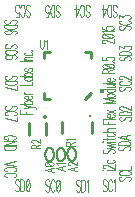
<source format=gto>
G04 DipTrace 2.4.0.2*
%INi2cswitch.gto*%
%MOMM*%
%ADD10C,0.25*%
%ADD20O,0.4X0.437*%
%ADD25C,0.152*%
%ADD27O,0.33X0.322*%
%ADD30O,0.377X0.312*%
%ADD52C,0.118*%
%ADD53C,0.111*%
%FSLAX53Y53*%
G04*
G71*
G90*
G75*
G01*
%LNTopSilk*%
%LPD*%
D20*
X20512Y20702D3*
X19595Y20558D2*
D10*
X19095Y20057D1*
X16095D2*
X15595D1*
Y20558D1*
Y23557D2*
Y24058D1*
X16095D1*
X19595Y23557D2*
Y24058D1*
X19095D1*
X15740Y15381D2*
D25*
X15741Y15421D1*
X15744Y15461D1*
X15748Y15500D1*
X15754Y15538D1*
X15762Y15576D1*
X15771Y15613D1*
X15782Y15649D1*
X15795Y15683D1*
X15809Y15716D1*
X15824Y15748D1*
X15841Y15777D1*
X15859Y15805D1*
X15879Y15830D1*
X15899Y15854D1*
X15920Y15875D1*
X15942Y15894D1*
X15965Y15910D1*
X15989Y15923D1*
X16013Y15934D1*
X16038Y15943D1*
X16063Y15948D1*
X16088Y15951D1*
X16113D1*
X16138Y15948D1*
X16163Y15943D1*
X16187Y15934D1*
X16211Y15923D1*
X16235Y15910D1*
X16258Y15894D1*
X16280Y15875D1*
X16301Y15854D1*
X16322Y15830D1*
X16341Y15805D1*
X16359Y15777D1*
X16376Y15748D1*
X16391Y15716D1*
X16405Y15683D1*
X16418Y15649D1*
X16429Y15613D1*
X16438Y15576D1*
X16446Y15538D1*
X16452Y15500D1*
X16457Y15461D1*
X16459Y15421D1*
X16460Y15381D1*
X16459Y15341D1*
X16457Y15302D1*
X16452Y15263D1*
X16446Y15224D1*
X16438Y15186D1*
X16429Y15149D1*
X16418Y15114D1*
X16405Y15079D1*
X16391Y15046D1*
X16376Y15015D1*
X16359Y14985D1*
X16341Y14958D1*
X16322Y14932D1*
X16301Y14909D1*
X16280Y14888D1*
X16258Y14869D1*
X16235Y14853D1*
X16211Y14839D1*
X16187Y14828D1*
X16163Y14820D1*
X16138Y14814D1*
X16113Y14812D1*
X16088D1*
X16063Y14814D1*
X16038Y14820D1*
X16013Y14828D1*
X15989Y14839D1*
X15965Y14853D1*
X15942Y14869D1*
X15920Y14888D1*
X15899Y14909D1*
X15879Y14932D1*
X15859Y14958D1*
X15841Y14985D1*
X15824Y15015D1*
X15809Y15046D1*
X15795Y15079D1*
X15782Y15114D1*
X15771Y15149D1*
X15762Y15186D1*
X15754Y15224D1*
X15748Y15263D1*
X15744Y15302D1*
X15741Y15341D1*
X15740Y15381D1*
X16685Y15378D2*
X16686Y15418D1*
X16689Y15458D1*
X16693Y15497D1*
X16699Y15536D1*
X16707Y15573D1*
X16716Y15610D1*
X16727Y15646D1*
X16740Y15680D1*
X16754Y15713D1*
X16769Y15745D1*
X16786Y15774D1*
X16804Y15802D1*
X16824Y15828D1*
X16844Y15851D1*
X16865Y15872D1*
X16887Y15891D1*
X16910Y15907D1*
X16934Y15921D1*
X16958Y15932D1*
X16983Y15940D1*
X17008Y15945D1*
X17033Y15948D1*
X17058D1*
X17083Y15945D1*
X17108Y15940D1*
X17132Y15932D1*
X17156Y15921D1*
X17180Y15907D1*
X17203Y15891D1*
X17225Y15872D1*
X17246Y15851D1*
X17267Y15828D1*
X17286Y15802D1*
X17304Y15774D1*
X17321Y15745D1*
X17336Y15713D1*
X17350Y15680D1*
X17363Y15646D1*
X17374Y15610D1*
X17383Y15573D1*
X17391Y15536D1*
X17397Y15497D1*
X17402Y15458D1*
X17404Y15418D1*
X17405Y15378D1*
X17404Y15339D1*
X17402Y15299D1*
X17397Y15260D1*
X17391Y15221D1*
X17383Y15183D1*
X17374Y15147D1*
X17363Y15111D1*
X17350Y15076D1*
X17336Y15043D1*
X17321Y15012D1*
X17304Y14982D1*
X17286Y14955D1*
X17267Y14929D1*
X17246Y14906D1*
X17225Y14885D1*
X17203Y14866D1*
X17180Y14850D1*
X17156Y14836D1*
X17132Y14825D1*
X17108Y14817D1*
X17083Y14812D1*
X17058Y14809D1*
X17033D1*
X17008Y14812D1*
X16983Y14817D1*
X16958Y14825D1*
X16934Y14836D1*
X16910Y14850D1*
X16887Y14866D1*
X16865Y14885D1*
X16844Y14906D1*
X16824Y14929D1*
X16804Y14955D1*
X16786Y14982D1*
X16769Y15012D1*
X16754Y15043D1*
X16740Y15076D1*
X16727Y15111D1*
X16716Y15147D1*
X16707Y15183D1*
X16699Y15221D1*
X16693Y15260D1*
X16689Y15299D1*
X16686Y15339D1*
X16685Y15378D1*
X17604Y15407D2*
X17605Y15447D1*
X17608Y15487D1*
X17612Y15526D1*
X17618Y15564D1*
X17626Y15602D1*
X17635Y15639D1*
X17646Y15675D1*
X17659Y15709D1*
X17673Y15742D1*
X17688Y15774D1*
X17705Y15803D1*
X17723Y15831D1*
X17743Y15856D1*
X17763Y15880D1*
X17784Y15901D1*
X17806Y15920D1*
X17829Y15936D1*
X17853Y15949D1*
X17877Y15960D1*
X17902Y15969D1*
X17927Y15974D1*
X17952Y15977D1*
X17977D1*
X18002Y15974D1*
X18027Y15969D1*
X18051Y15960D1*
X18075Y15949D1*
X18099Y15936D1*
X18122Y15920D1*
X18144Y15901D1*
X18166Y15880D1*
X18186Y15856D1*
X18205Y15831D1*
X18223Y15803D1*
X18240Y15774D1*
X18255Y15742D1*
X18270Y15709D1*
X18282Y15675D1*
X18293Y15639D1*
X18302Y15602D1*
X18310Y15564D1*
X18316Y15526D1*
X18321Y15487D1*
X18323Y15447D1*
X18324Y15407D1*
X18323Y15368D1*
X18321Y15328D1*
X18316Y15289D1*
X18310Y15250D1*
X18302Y15212D1*
X18293Y15175D1*
X18282Y15140D1*
X18270Y15105D1*
X18255Y15072D1*
X18240Y15041D1*
X18223Y15011D1*
X18205Y14984D1*
X18186Y14958D1*
X18166Y14935D1*
X18144Y14914D1*
X18122Y14895D1*
X18099Y14879D1*
X18075Y14865D1*
X18051Y14854D1*
X18027Y14846D1*
X18002Y14840D1*
X17977Y14838D1*
X17952D1*
X17927Y14840D1*
X17902Y14846D1*
X17877Y14854D1*
X17853Y14865D1*
X17829Y14879D1*
X17806Y14895D1*
X17784Y14914D1*
X17763Y14935D1*
X17743Y14958D1*
X17723Y14984D1*
X17705Y15011D1*
X17688Y15041D1*
X17673Y15072D1*
X17659Y15105D1*
X17646Y15140D1*
X17635Y15175D1*
X17626Y15212D1*
X17618Y15250D1*
X17612Y15289D1*
X17608Y15328D1*
X17605Y15368D1*
X17604Y15407D1*
X19720Y18087D2*
D10*
Y17187D1*
X17120Y18087D2*
Y17187D1*
D27*
X19489Y18648D3*
X15796Y18045D2*
D10*
Y17045D1*
X14396Y18045D2*
Y17045D1*
D30*
X15718Y18516D3*
X15289Y25099D2*
D52*
Y24552D1*
X15310Y24443D1*
X15354Y24370D1*
X15420Y24333D1*
X15464D1*
X15529Y24370D1*
X15573Y24443D1*
X15595Y24552D1*
Y25099D1*
X15736Y24952D2*
X15780Y24989D1*
X15846Y25098D1*
Y24333D1*
X16442Y14265D2*
X15676Y14090D1*
X16442Y13915D1*
X16187Y13980D2*
Y14199D1*
X15677Y14538D2*
X15713Y14472D1*
X15823Y14428D1*
X16005Y14406D1*
X16114D1*
X16296Y14428D1*
X16406Y14472D1*
X16442Y14538D1*
Y14581D1*
X16406Y14647D1*
X16296Y14690D1*
X16114Y14712D1*
X16005D1*
X15823Y14690D1*
X15713Y14647D1*
X15677Y14581D1*
Y14538D1*
X15823Y14690D2*
X16296Y14428D1*
X17403Y14361D2*
X16637Y14185D1*
X17403Y14010D1*
X17147Y14076D2*
Y14295D1*
X16783Y14502D2*
X16746Y14546D1*
X16638Y14611D1*
X17403D1*
X18416Y14307D2*
X17650Y14131D1*
X18416Y13957D1*
X18161Y14022D2*
Y14241D1*
X17833Y14470D2*
X17797D1*
X17723Y14492D1*
X17687Y14514D1*
X17651Y14558D1*
Y14645D1*
X17687Y14688D1*
X17723Y14710D1*
X17797Y14732D1*
X17869D1*
X17942Y14710D1*
X18051Y14667D1*
X18416Y14448D1*
Y14754D1*
X17817Y16125D2*
Y16322D1*
X17780Y16388D1*
X17744Y16410D1*
X17671Y16431D1*
X17598D1*
X17526Y16410D1*
X17488Y16388D1*
X17452Y16322D1*
Y16125D1*
X18218D1*
X17817Y16278D2*
X18218Y16431D1*
X17599Y16573D2*
X17562Y16617D1*
X17453Y16682D1*
X18218D1*
X14911Y15901D2*
Y16097D1*
X14874Y16163D1*
X14837Y16185D1*
X14765Y16207D1*
X14692D1*
X14619Y16185D1*
X14582Y16163D1*
X14546Y16097D1*
Y15901D1*
X15312D1*
X14911Y16054D2*
X15312Y16207D1*
X14729Y16370D2*
X14693D1*
X14619Y16392D1*
X14583Y16414D1*
X14547Y16458D1*
Y16545D1*
X14583Y16589D1*
X14619Y16610D1*
X14693Y16633D1*
X14765D1*
X14838Y16610D1*
X14947Y16567D1*
X15312Y16348D1*
Y16654D1*
X22065Y16061D2*
D53*
X21967Y16012D1*
X21919Y15939D1*
Y15842D1*
X21967Y15769D1*
X22065Y15720D1*
X22161D1*
X22259Y15745D1*
X22307Y15769D1*
X22356Y15817D1*
X22453Y15963D1*
X22502Y16012D1*
X22551Y16036D1*
X22648Y16061D1*
X22794D1*
X22890Y16012D1*
X22940Y15939D1*
Y15842D1*
X22890Y15769D1*
X22794Y15720D1*
X21919Y16172D2*
X22940D1*
Y16342D1*
X22890Y16415D1*
X22794Y16464D1*
X22696Y16488D1*
X22551Y16512D1*
X22307D1*
X22161Y16488D1*
X22065Y16464D1*
X21967Y16415D1*
X21919Y16342D1*
Y16172D1*
X22940Y17012D2*
X21919Y16817D1*
X22940Y16623D1*
X22599Y16696D2*
Y16939D1*
X22103Y13500D2*
X22005Y13452D1*
X21957Y13379D1*
Y13282D1*
X22005Y13209D1*
X22103Y13160D1*
X22199D1*
X22297Y13185D1*
X22345Y13209D1*
X22394Y13257D1*
X22491Y13403D1*
X22540Y13452D1*
X22589Y13476D1*
X22686Y13500D1*
X22832D1*
X22928Y13452D1*
X22978Y13379D1*
Y13282D1*
X22928Y13209D1*
X22832Y13160D1*
X22199Y13976D2*
X22103Y13952D1*
X22005Y13903D1*
X21957Y13854D1*
Y13757D1*
X22005Y13708D1*
X22103Y13660D1*
X22199Y13635D1*
X22345Y13611D1*
X22589D1*
X22734Y13635D1*
X22832Y13660D1*
X22928Y13708D1*
X22978Y13757D1*
Y13854D1*
X22928Y13903D1*
X22832Y13952D1*
X22734Y13976D1*
X21957Y14087D2*
X22978D1*
Y14378D1*
X22123Y18569D2*
X22026Y18521D1*
X21977Y18448D1*
Y18351D1*
X22026Y18278D1*
X22123Y18229D1*
X22220D1*
X22318Y18253D1*
X22366Y18278D1*
X22414Y18326D1*
X22512Y18472D1*
X22560Y18521D1*
X22610Y18545D1*
X22706Y18569D1*
X22852D1*
X22949Y18521D1*
X22998Y18448D1*
Y18351D1*
X22949Y18278D1*
X22852Y18229D1*
X21977Y18680D2*
X22998D1*
Y18850D1*
X22949Y18923D1*
X22852Y18972D1*
X22754Y18996D1*
X22610Y19020D1*
X22366D1*
X22220Y18996D1*
X22123Y18972D1*
X22026Y18923D1*
X21977Y18850D1*
Y18680D1*
X22221Y19156D2*
X22173D1*
X22075Y19180D1*
X22027Y19205D1*
X21978Y19253D1*
Y19351D1*
X22027Y19399D1*
X22075Y19423D1*
X22173Y19448D1*
X22269D1*
X22367Y19423D1*
X22512Y19375D1*
X22998Y19132D1*
Y19472D1*
X22112Y21111D2*
X22015Y21063D1*
X21966Y20990D1*
Y20893D1*
X22015Y20820D1*
X22112Y20771D1*
X22209D1*
X22307Y20795D1*
X22355Y20820D1*
X22403Y20868D1*
X22501Y21014D1*
X22549Y21063D1*
X22599Y21087D1*
X22695Y21111D1*
X22841D1*
X22938Y21063D1*
X22987Y20990D1*
Y20893D1*
X22938Y20820D1*
X22841Y20771D1*
X22209Y21587D2*
X22112Y21562D1*
X22015Y21514D1*
X21966Y21465D1*
Y21368D1*
X22015Y21319D1*
X22112Y21271D1*
X22209Y21246D1*
X22355Y21222D1*
X22599D1*
X22744Y21246D1*
X22841Y21271D1*
X22938Y21319D1*
X22987Y21368D1*
Y21465D1*
X22938Y21514D1*
X22841Y21562D1*
X22744Y21587D1*
X22210Y21722D2*
X22162D1*
X22064Y21746D1*
X22016Y21771D1*
X21968Y21819D1*
Y21917D1*
X22016Y21965D1*
X22064Y21989D1*
X22162Y22014D1*
X22258D1*
X22356Y21989D1*
X22501Y21941D1*
X22987Y21698D1*
Y22038D1*
X22122Y23681D2*
X22024Y23633D1*
X21976Y23560D1*
Y23463D1*
X22024Y23390D1*
X22122Y23341D1*
X22219D1*
X22316Y23366D1*
X22365Y23390D1*
X22413Y23438D1*
X22511Y23584D1*
X22559Y23633D1*
X22608Y23657D1*
X22705Y23681D1*
X22851D1*
X22948Y23633D1*
X22997Y23560D1*
Y23463D1*
X22948Y23390D1*
X22851Y23341D1*
X21976Y23792D2*
X22997D1*
Y23963D1*
X22948Y24036D1*
X22851Y24084D1*
X22753Y24109D1*
X22608Y24133D1*
X22365D1*
X22219Y24109D1*
X22122Y24084D1*
X22024Y24036D1*
X21976Y23963D1*
Y23792D1*
X21977Y24293D2*
Y24559D1*
X22366Y24414D1*
Y24487D1*
X22414Y24535D1*
X22462Y24559D1*
X22608Y24584D1*
X22705D1*
X22851Y24559D1*
X22949Y24511D1*
X22997Y24438D1*
Y24365D1*
X22949Y24293D1*
X22899Y24268D1*
X22803Y24244D1*
X22111Y26256D2*
X22014Y26208D1*
X21965Y26135D1*
Y26037D1*
X22014Y25964D1*
X22111Y25916D1*
X22208D1*
X22306Y25940D1*
X22354Y25964D1*
X22402Y26013D1*
X22500Y26159D1*
X22548Y26208D1*
X22598Y26232D1*
X22694Y26256D1*
X22840D1*
X22937Y26208D1*
X22986Y26135D1*
Y26037D1*
X22937Y25964D1*
X22840Y25916D1*
X22208Y26731D2*
X22111Y26707D1*
X22014Y26658D1*
X21965Y26610D1*
Y26513D1*
X22014Y26464D1*
X22111Y26416D1*
X22208Y26391D1*
X22354Y26367D1*
X22598D1*
X22743Y26391D1*
X22840Y26416D1*
X22937Y26464D1*
X22986Y26513D1*
Y26610D1*
X22937Y26658D1*
X22840Y26707D1*
X22743Y26731D1*
X21966Y26891D2*
Y27158D1*
X22355Y27013D1*
Y27086D1*
X22403Y27134D1*
X22452Y27158D1*
X22598Y27183D1*
X22694D1*
X22840Y27158D1*
X22938Y27110D1*
X22986Y27037D1*
Y26964D1*
X22938Y26891D1*
X22889Y26867D1*
X22792Y26843D1*
X18671Y13097D2*
X18623Y13195D1*
X18550Y13243D1*
X18453D1*
X18380Y13195D1*
X18331Y13097D1*
Y13001D1*
X18356Y12903D1*
X18380Y12855D1*
X18428Y12806D1*
X18574Y12709D1*
X18623Y12660D1*
X18647Y12611D1*
X18671Y12514D1*
Y12368D1*
X18623Y12272D1*
X18550Y12222D1*
X18453D1*
X18380Y12272D1*
X18331Y12368D1*
X18782Y13243D2*
Y12222D1*
X18952D1*
X19025Y12272D1*
X19074Y12368D1*
X19098Y12466D1*
X19123Y12611D1*
Y12855D1*
X19098Y13001D1*
X19074Y13097D1*
X19025Y13195D1*
X18952Y13243D1*
X18782D1*
X19234Y13048D2*
X19283Y13097D1*
X19356Y13242D1*
Y12222D1*
X20932Y13116D2*
X20884Y13213D1*
X20811Y13262D1*
X20713D1*
X20640Y13213D1*
X20592Y13116D1*
Y13019D1*
X20616Y12921D1*
X20640Y12873D1*
X20689Y12825D1*
X20835Y12727D1*
X20884Y12679D1*
X20908Y12629D1*
X20932Y12533D1*
Y12387D1*
X20884Y12290D1*
X20811Y12241D1*
X20713D1*
X20640Y12290D1*
X20592Y12387D1*
X21407Y13019D2*
X21383Y13116D1*
X21334Y13213D1*
X21286Y13262D1*
X21189D1*
X21140Y13213D1*
X21092Y13116D1*
X21067Y13019D1*
X21043Y12873D1*
Y12629D1*
X21067Y12485D1*
X21092Y12387D1*
X21140Y12290D1*
X21189Y12241D1*
X21286D1*
X21334Y12290D1*
X21383Y12387D1*
X21407Y12485D1*
X21519Y13066D2*
X21567Y13116D1*
X21640Y13261D1*
Y12241D1*
X13513Y13125D2*
X13464Y13222D1*
X13391Y13271D1*
X13294D1*
X13221Y13222D1*
X13172Y13125D1*
Y13028D1*
X13197Y12930D1*
X13221Y12882D1*
X13269Y12834D1*
X13415Y12736D1*
X13464Y12688D1*
X13488Y12638D1*
X13513Y12542D1*
Y12396D1*
X13464Y12299D1*
X13391Y12250D1*
X13294D1*
X13221Y12299D1*
X13172Y12396D1*
X13624Y13271D2*
Y12250D1*
X13794D1*
X13867Y12299D1*
X13916Y12396D1*
X13940Y12493D1*
X13964Y12638D1*
Y12882D1*
X13940Y13028D1*
X13916Y13125D1*
X13867Y13222D1*
X13794Y13271D1*
X13624D1*
X14221Y13269D2*
X14148Y13221D1*
X14099Y13075D1*
X14075Y12833D1*
Y12687D1*
X14099Y12444D1*
X14148Y12298D1*
X14221Y12250D1*
X14269D1*
X14342Y12298D1*
X14391Y12444D1*
X14415Y12687D1*
Y12833D1*
X14391Y13075D1*
X14342Y13221D1*
X14269Y13269D1*
X14221D1*
X14391Y13075D2*
X14099Y12444D1*
X16056Y13104D2*
X16008Y13202D1*
X15935Y13250D1*
X15838D1*
X15765Y13202D1*
X15716Y13104D1*
Y13008D1*
X15740Y12910D1*
X15765Y12862D1*
X15813Y12814D1*
X15959Y12716D1*
X16008Y12668D1*
X16032Y12618D1*
X16056Y12522D1*
Y12376D1*
X16008Y12279D1*
X15935Y12230D1*
X15838D1*
X15765Y12279D1*
X15716Y12376D1*
X16532Y13008D2*
X16507Y13104D1*
X16459Y13202D1*
X16410Y13250D1*
X16313D1*
X16264Y13202D1*
X16216Y13104D1*
X16191Y13008D1*
X16167Y12862D1*
Y12618D1*
X16191Y12473D1*
X16216Y12376D1*
X16264Y12279D1*
X16313Y12230D1*
X16410D1*
X16459Y12279D1*
X16507Y12376D1*
X16532Y12473D1*
X16789Y13249D2*
X16716Y13201D1*
X16667Y13055D1*
X16643Y12812D1*
Y12666D1*
X16667Y12424D1*
X16716Y12278D1*
X16789Y12230D1*
X16837D1*
X16910Y12278D1*
X16958Y12424D1*
X16983Y12666D1*
Y12812D1*
X16958Y13055D1*
X16910Y13201D1*
X16837Y13249D1*
X16789D1*
X16958Y13055D2*
X16667Y12424D1*
X13006Y16630D2*
X13103Y16654D1*
X13200Y16703D1*
X13249Y16751D1*
Y16848D1*
X13200Y16897D1*
X13103Y16945D1*
X13006Y16970D1*
X12860Y16994D1*
X12616D1*
X12471Y16970D1*
X12374Y16945D1*
X12277Y16897D1*
X12228Y16848D1*
Y16751D1*
X12277Y16703D1*
X12374Y16654D1*
X12471Y16630D1*
X12616D1*
Y16751D1*
X13249Y16178D2*
X12228D1*
X13249Y16518D1*
X12228D1*
X13249Y16067D2*
X12228D1*
Y15897D1*
X12277Y15824D1*
X12374Y15775D1*
X12471Y15751D1*
X12616Y15727D1*
X12860D1*
X13006Y15751D1*
X13103Y15775D1*
X13200Y15824D1*
X13249Y15897D1*
Y16067D1*
X13296Y14792D2*
X12275Y14598D1*
X13296Y14404D1*
X13054Y13928D2*
X13150Y13952D1*
X13248Y14001D1*
X13296Y14050D1*
Y14147D1*
X13248Y14196D1*
X13150Y14244D1*
X13054Y14269D1*
X12908Y14293D1*
X12664D1*
X12519Y14269D1*
X12421Y14244D1*
X12325Y14196D1*
X12275Y14147D1*
Y14050D1*
X12325Y14001D1*
X12421Y13952D1*
X12519Y13928D1*
X13054Y13453D2*
X13150Y13477D1*
X13248Y13526D1*
X13296Y13574D1*
Y13671D1*
X13248Y13720D1*
X13150Y13768D1*
X13054Y13793D1*
X12908Y13817D1*
X12664D1*
X12519Y13793D1*
X12421Y13768D1*
X12325Y13720D1*
X12275Y13671D1*
Y13574D1*
X12325Y13526D1*
X12421Y13477D1*
X12519Y13453D1*
X21428Y27164D2*
X21476Y27066D1*
X21549Y27018D1*
X21646D1*
X21719Y27066D1*
X21768Y27164D1*
Y27261D1*
X21743Y27358D1*
X21719Y27407D1*
X21671Y27455D1*
X21525Y27553D1*
X21476Y27601D1*
X21452Y27650D1*
X21428Y27747D1*
Y27893D1*
X21476Y27990D1*
X21549Y28039D1*
X21646D1*
X21719Y27990D1*
X21768Y27893D1*
X21317Y27018D2*
Y28039D1*
X21146D1*
X21073Y27990D1*
X21025Y27893D1*
X21000Y27795D1*
X20976Y27650D1*
Y27407D1*
X21000Y27261D1*
X21025Y27164D1*
X21073Y27066D1*
X21146Y27018D1*
X21317D1*
X20622Y28039D2*
Y27019D1*
X20865Y27699D1*
X20501D1*
X19142Y27157D2*
X19190Y27060D1*
X19263Y27011D1*
X19360D1*
X19433Y27060D1*
X19482Y27157D1*
Y27254D1*
X19457Y27352D1*
X19433Y27400D1*
X19385Y27448D1*
X19239Y27546D1*
X19190Y27594D1*
X19166Y27644D1*
X19142Y27740D1*
Y27886D1*
X19190Y27983D1*
X19263Y28032D1*
X19360D1*
X19433Y27983D1*
X19482Y27886D1*
X18666Y27254D2*
X18690Y27157D1*
X18739Y27060D1*
X18787Y27011D1*
X18884D1*
X18933Y27060D1*
X18982Y27157D1*
X19006Y27254D1*
X19030Y27400D1*
Y27644D1*
X19006Y27789D1*
X18982Y27886D1*
X18933Y27983D1*
X18884Y28032D1*
X18787D1*
X18739Y27983D1*
X18690Y27886D1*
X18666Y27789D1*
X18312Y28032D2*
Y27013D1*
X18555Y27692D1*
X18190D1*
X16617Y27147D2*
X16665Y27050D1*
X16738Y27001D1*
X16835D1*
X16908Y27050D1*
X16957Y27147D1*
Y27244D1*
X16933Y27342D1*
X16908Y27390D1*
X16860Y27438D1*
X16714Y27536D1*
X16665Y27584D1*
X16641Y27634D1*
X16617Y27730D1*
Y27876D1*
X16665Y27973D1*
X16738Y28022D1*
X16835D1*
X16908Y27973D1*
X16957Y27876D1*
X16506Y27001D2*
Y28022D1*
X16336D1*
X16263Y27973D1*
X16214Y27876D1*
X16190Y27779D1*
X16166Y27634D1*
Y27390D1*
X16190Y27244D1*
X16214Y27147D1*
X16263Y27050D1*
X16336Y27001D1*
X16506D1*
X15763Y27002D2*
X16006D1*
X16030Y27439D1*
X16006Y27391D1*
X15933Y27342D1*
X15860D1*
X15787Y27391D1*
X15738Y27488D1*
X15714Y27634D1*
Y27730D1*
X15738Y27876D1*
X15787Y27974D1*
X15860Y28022D1*
X15933D1*
X16006Y27974D1*
X16030Y27925D1*
X16054Y27828D1*
X14106Y27174D2*
X14154Y27076D1*
X14227Y27028D1*
X14324D1*
X14397Y27076D1*
X14446Y27174D1*
Y27271D1*
X14421Y27368D1*
X14397Y27417D1*
X14349Y27465D1*
X14203Y27563D1*
X14154Y27611D1*
X14130Y27660D1*
X14106Y27757D1*
Y27903D1*
X14154Y28000D1*
X14227Y28049D1*
X14324D1*
X14397Y28000D1*
X14446Y27903D1*
X13630Y27271D2*
X13654Y27174D1*
X13703Y27076D1*
X13751Y27028D1*
X13848D1*
X13897Y27076D1*
X13946Y27174D1*
X13970Y27271D1*
X13994Y27417D1*
Y27660D1*
X13970Y27805D1*
X13946Y27903D1*
X13897Y28000D1*
X13848Y28049D1*
X13751D1*
X13703Y28000D1*
X13654Y27903D1*
X13630Y27805D1*
X13227Y27029D2*
X13470D1*
X13494Y27466D1*
X13470Y27418D1*
X13397Y27368D1*
X13325D1*
X13252Y27418D1*
X13203Y27514D1*
X13179Y27660D1*
Y27757D1*
X13203Y27903D1*
X13252Y28001D1*
X13325Y28049D1*
X13397D1*
X13470Y28001D1*
X13494Y27951D1*
X13519Y27855D1*
X13155Y26450D2*
X13252Y26498D1*
X13301Y26571D1*
Y26668D1*
X13252Y26741D1*
X13155Y26790D1*
X13058D1*
X12960Y26765D1*
X12912Y26741D1*
X12864Y26693D1*
X12766Y26547D1*
X12718Y26498D1*
X12668Y26474D1*
X12572Y26450D1*
X12426D1*
X12329Y26498D1*
X12280Y26571D1*
Y26668D1*
X12329Y26741D1*
X12426Y26790D1*
X13301Y26339D2*
X12280D1*
Y26169D1*
X12329Y26096D1*
X12426Y26047D1*
X12523Y26023D1*
X12668Y25998D1*
X12912D1*
X13058Y26023D1*
X13155Y26047D1*
X13252Y26096D1*
X13301Y26169D1*
Y26339D1*
X13155Y25596D2*
X13251Y25620D1*
X13299Y25693D1*
Y25741D1*
X13251Y25814D1*
X13105Y25863D1*
X12863Y25887D1*
X12620D1*
X12426Y25863D1*
X12328Y25814D1*
X12280Y25741D1*
Y25717D1*
X12328Y25645D1*
X12426Y25596D1*
X12572Y25572D1*
X12620D1*
X12766Y25596D1*
X12863Y25645D1*
X12911Y25717D1*
Y25741D1*
X12863Y25814D1*
X12766Y25863D1*
X12620Y25887D1*
X13187Y24363D2*
X13285Y24411D1*
X13333Y24484D1*
Y24581D1*
X13285Y24654D1*
X13187Y24703D1*
X13091D1*
X12993Y24679D1*
X12945Y24654D1*
X12896Y24606D1*
X12799Y24460D1*
X12750Y24411D1*
X12701Y24387D1*
X12604Y24363D1*
X12458D1*
X12362Y24411D1*
X12312Y24484D1*
Y24581D1*
X12362Y24654D1*
X12458Y24703D1*
X13091Y23887D2*
X13187Y23912D1*
X13285Y23960D1*
X13333Y24009D1*
Y24106D1*
X13285Y24155D1*
X13187Y24203D1*
X13091Y24228D1*
X12945Y24252D1*
X12701D1*
X12556Y24228D1*
X12458Y24203D1*
X12362Y24155D1*
X12312Y24106D1*
Y24009D1*
X12362Y23960D1*
X12458Y23912D1*
X12556Y23887D1*
X13187Y23485D2*
X13284Y23509D1*
X13332Y23582D1*
Y23630D1*
X13284Y23703D1*
X13138Y23752D1*
X12895Y23776D1*
X12653D1*
X12458Y23752D1*
X12361Y23703D1*
X12312Y23630D1*
Y23606D1*
X12361Y23534D1*
X12458Y23485D1*
X12604Y23461D1*
X12653D1*
X12799Y23485D1*
X12895Y23534D1*
X12944Y23606D1*
Y23630D1*
X12895Y23703D1*
X12799Y23752D1*
X12653Y23776D1*
X13185Y21704D2*
X13283Y21752D1*
X13331Y21825D1*
Y21922D1*
X13283Y21995D1*
X13185Y22044D1*
X13088D1*
X12991Y22020D1*
X12942Y21995D1*
X12894Y21947D1*
X12796Y21801D1*
X12748Y21752D1*
X12699Y21728D1*
X12602Y21704D1*
X12456D1*
X12360Y21752D1*
X12310Y21825D1*
Y21922D1*
X12360Y21995D1*
X12456Y22044D1*
X13331Y21593D2*
X12310D1*
Y21423D1*
X12360Y21350D1*
X12456Y21301D1*
X12554Y21277D1*
X12699Y21253D1*
X12942D1*
X13088Y21277D1*
X13185Y21301D1*
X13283Y21350D1*
X13331Y21423D1*
Y21593D1*
X12310Y21044D2*
X13330Y20801D1*
Y21141D1*
X13166Y19151D2*
X13264Y19200D1*
X13312Y19273D1*
Y19370D1*
X13264Y19443D1*
X13166Y19492D1*
X13069D1*
X12972Y19467D1*
X12923Y19443D1*
X12875Y19394D1*
X12777Y19248D1*
X12729Y19200D1*
X12680Y19175D1*
X12583Y19151D1*
X12437D1*
X12341Y19200D1*
X12291Y19273D1*
Y19370D1*
X12341Y19443D1*
X12437Y19492D1*
X13069Y18676D2*
X13166Y18700D1*
X13264Y18749D1*
X13312Y18797D1*
Y18894D1*
X13264Y18943D1*
X13166Y18991D1*
X13069Y19016D1*
X12923Y19040D1*
X12680D1*
X12535Y19016D1*
X12437Y18991D1*
X12341Y18943D1*
X12291Y18894D1*
Y18797D1*
X12341Y18749D1*
X12437Y18700D1*
X12535Y18676D1*
X12291Y18468D2*
X13311Y18224D1*
Y18565D1*
X20588Y14019D2*
X20636Y14044D1*
X20588Y14068D1*
X20539Y14044D1*
X20588Y14019D1*
X20928Y14044D2*
X21609D1*
X20832Y14204D2*
X20783D1*
X20686Y14228D1*
X20637Y14252D1*
X20589Y14301D1*
Y14398D1*
X20637Y14447D1*
X20686Y14471D1*
X20783Y14496D1*
X20880D1*
X20978Y14471D1*
X21123Y14423D1*
X21609Y14179D1*
Y14520D1*
X21074Y14923D2*
X20977Y14874D1*
X20928Y14825D1*
Y14753D1*
X20977Y14704D1*
X21074Y14656D1*
X21220Y14631D1*
X21317D1*
X21463Y14656D1*
X21559Y14704D1*
X21609Y14753D1*
Y14825D1*
X21559Y14874D1*
X21463Y14923D1*
X20734Y15822D2*
X20636Y15774D1*
X20588Y15701D1*
Y15604D1*
X20636Y15531D1*
X20734Y15482D1*
X20831D1*
X20928Y15507D1*
X20977Y15531D1*
X21025Y15579D1*
X21123Y15725D1*
X21171Y15774D1*
X21220Y15798D1*
X21317Y15822D1*
X21463D1*
X21559Y15774D1*
X21609Y15701D1*
Y15604D1*
X21559Y15531D1*
X21463Y15482D1*
X20928Y15933D2*
X21609Y16031D1*
X20928Y16128D1*
X21609Y16225D1*
X20928Y16322D1*
X20588Y16433D2*
X20636Y16457D1*
X20588Y16482D1*
X20539Y16457D1*
X20588Y16433D1*
X20928Y16457D2*
X21609D1*
X20588Y16666D2*
X21415D1*
X21559Y16690D1*
X21609Y16739D1*
Y16787D1*
X20928Y16593D2*
Y16763D1*
X21074Y17190D2*
X20977Y17142D1*
X20928Y17093D1*
Y17020D1*
X20977Y16971D1*
X21074Y16923D1*
X21220Y16898D1*
X21317D1*
X21463Y16923D1*
X21559Y16971D1*
X21609Y17020D1*
Y17093D1*
X21559Y17142D1*
X21463Y17190D1*
X20588Y17302D2*
X21609D1*
X21123D2*
X20977Y17375D1*
X20928Y17423D1*
Y17496D1*
X20977Y17545D1*
X21123Y17569D1*
X21609D1*
X20587Y18269D2*
Y17952D1*
X21608D1*
X21074D2*
Y18147D1*
X20587Y18380D2*
X21608D1*
X21220Y18491D2*
Y18782D1*
X21122D1*
X21024Y18758D1*
X20976Y18734D1*
X20928Y18685D1*
Y18612D1*
X20976Y18564D1*
X21074Y18515D1*
X21220Y18491D1*
X21316D1*
X21462Y18515D1*
X21559Y18564D1*
X21608Y18612D1*
Y18685D1*
X21559Y18734D1*
X21462Y18782D1*
X20928Y18893D2*
X21608Y19161D1*
X20928D2*
X21608Y18893D1*
Y20108D2*
X20587D1*
X21608Y19914D1*
X20587Y19720D1*
X21608D1*
X20928Y20341D2*
X20976Y20292D1*
X21074Y20244D1*
X21220Y20219D1*
X21316D1*
X21462Y20244D1*
X21559Y20292D1*
X21608Y20341D1*
Y20414D1*
X21559Y20463D1*
X21462Y20511D1*
X21316Y20536D1*
X21220D1*
X21074Y20511D1*
X20976Y20463D1*
X20928Y20414D1*
Y20341D1*
X20587Y20938D2*
X21608D1*
X21074D2*
X20976Y20890D1*
X20928Y20841D1*
Y20768D1*
X20976Y20720D1*
X21074Y20671D1*
X21220Y20647D1*
X21316D1*
X21462Y20671D1*
X21559Y20720D1*
X21608Y20768D1*
Y20841D1*
X21559Y20890D1*
X21462Y20938D1*
X20928Y21049D2*
X21414D1*
X21559Y21073D1*
X21608Y21122D1*
Y21195D1*
X21559Y21244D1*
X21414Y21317D1*
X20928D2*
X21608D1*
X20587Y21428D2*
X21608D1*
X21220Y21539D2*
Y21830D1*
X21122D1*
X21024Y21806D1*
X20976Y21782D1*
X20928Y21733D1*
Y21660D1*
X20976Y21612D1*
X21074Y21563D1*
X21220Y21539D1*
X21316D1*
X21462Y21563D1*
X21559Y21612D1*
X21608Y21660D1*
Y21733D1*
X21559Y21782D1*
X21462Y21830D1*
X21032Y22251D2*
Y22470D1*
X20983Y22543D1*
X20934Y22567D1*
X20838Y22591D1*
X20740D1*
X20644Y22567D1*
X20594Y22543D1*
X20546Y22470D1*
Y22251D1*
X21567D1*
X21032Y22421D2*
X21567Y22591D1*
X20547Y22849D2*
X20595Y22776D1*
X20741Y22727D1*
X20984Y22703D1*
X21130D1*
X21372Y22727D1*
X21518Y22776D1*
X21567Y22849D1*
Y22897D1*
X21518Y22970D1*
X21372Y23018D1*
X21130Y23043D1*
X20984D1*
X20741Y23018D1*
X20595Y22970D1*
X20547Y22897D1*
Y22849D1*
X20741Y23018D2*
X21372Y22727D1*
X21469Y23178D2*
X21518Y23154D1*
X21567Y23178D1*
X21518Y23203D1*
X21469Y23178D1*
X20547Y23605D2*
Y23363D1*
X20984Y23339D1*
X20936Y23363D1*
X20886Y23436D1*
Y23508D1*
X20936Y23581D1*
X21032Y23630D1*
X21178Y23654D1*
X21275D1*
X21421Y23630D1*
X21518Y23581D1*
X21567Y23508D1*
Y23436D1*
X21518Y23363D1*
X21469Y23339D1*
X21372Y23314D1*
X20754Y24799D2*
X20706D1*
X20608Y24823D1*
X20560Y24847D1*
X20512Y24896D1*
Y24993D1*
X20560Y25041D1*
X20608Y25065D1*
X20706Y25090D1*
X20802D1*
X20900Y25065D1*
X21045Y25017D1*
X21531Y24774D1*
Y25114D1*
X20512Y25371D2*
X20560Y25298D1*
X20706Y25249D1*
X20948Y25225D1*
X21094D1*
X21337Y25249D1*
X21483Y25298D1*
X21531Y25371D1*
Y25419D1*
X21483Y25492D1*
X21337Y25541D1*
X21094Y25565D1*
X20948D1*
X20706Y25541D1*
X20560Y25492D1*
X20512Y25419D1*
Y25371D1*
X20706Y25541D2*
X21337Y25249D1*
X20706Y25677D2*
X20656Y25725D1*
X20512Y25798D1*
X21531D1*
X20512Y26201D2*
Y25958D1*
X20948Y25934D1*
X20900Y25958D1*
X20851Y26031D1*
Y26104D1*
X20900Y26177D1*
X20997Y26226D1*
X21143Y26250D1*
X21239D1*
X21385Y26226D1*
X21483Y26177D1*
X21531Y26104D1*
Y26031D1*
X21483Y25958D1*
X21434Y25934D1*
X21337Y25910D1*
X13617Y19128D2*
Y18812D1*
X14638D1*
X14103D2*
Y19006D1*
X13957Y19264D2*
X14638Y19409D1*
X14832Y19361D1*
X14930Y19312D1*
X14978Y19264D1*
Y19239D1*
X13957Y19555D2*
X14638Y19409D1*
X13617Y19667D2*
X14638D1*
X14103D2*
X14005Y19715D1*
X13957Y19764D1*
Y19837D1*
X14005Y19885D1*
X14103Y19934D1*
X14249Y19958D1*
X14346D1*
X14492Y19934D1*
X14588Y19885D1*
X14638Y19837D1*
Y19764D1*
X14588Y19715D1*
X14492Y19667D1*
X14249Y20069D2*
Y20361D1*
X14151D1*
X14054Y20336D1*
X14005Y20312D1*
X13957Y20263D1*
Y20190D1*
X14005Y20142D1*
X14103Y20093D1*
X14249Y20069D1*
X14346D1*
X14492Y20093D1*
X14588Y20142D1*
X14638Y20190D1*
Y20263D1*
X14588Y20312D1*
X14492Y20361D1*
X13957Y20472D2*
X14638D1*
X14249D2*
X14103Y20496D1*
X14005Y20545D1*
X13957Y20593D1*
Y20666D1*
X13617Y21226D2*
X14638D1*
Y21517D1*
X13957Y21920D2*
X14638D1*
X14103D2*
X14005Y21871D1*
X13957Y21822D1*
Y21750D1*
X14005Y21701D1*
X14103Y21653D1*
X14249Y21628D1*
X14346D1*
X14492Y21653D1*
X14588Y21701D1*
X14638Y21750D1*
Y21822D1*
X14588Y21871D1*
X14492Y21920D1*
X13617Y22031D2*
X14638D1*
X14103D2*
X14005Y22080D1*
X13957Y22128D1*
Y22201D1*
X14005Y22249D1*
X14103Y22298D1*
X14249Y22322D1*
X14346D1*
X14492Y22298D1*
X14588Y22249D1*
X14638Y22201D1*
Y22128D1*
X14588Y22080D1*
X14492Y22031D1*
X14103Y22701D2*
X14005Y22676D1*
X13957Y22603D1*
Y22530D1*
X14005Y22457D1*
X14103Y22433D1*
X14200Y22457D1*
X14249Y22506D1*
X14297Y22628D1*
X14346Y22676D1*
X14443Y22701D1*
X14492D1*
X14588Y22676D1*
X14638Y22603D1*
Y22530D1*
X14588Y22457D1*
X14492Y22433D1*
X13617Y23260D2*
X14638D1*
X13957Y23371D2*
X14638D1*
X14151D2*
X14005Y23444D1*
X13957Y23493D1*
Y23565D1*
X14005Y23614D1*
X14151Y23638D1*
X14638D1*
X14103Y24041D2*
X14005Y23992D1*
X13957Y23944D1*
Y23871D1*
X14005Y23822D1*
X14103Y23774D1*
X14249Y23749D1*
X14346D1*
X14492Y23774D1*
X14588Y23822D1*
X14638Y23871D1*
Y23944D1*
X14588Y23992D1*
X14492Y24041D1*
X14540Y24176D2*
X14589Y24152D1*
X14638Y24176D1*
X14589Y24201D1*
X14540Y24176D1*
M02*

</source>
